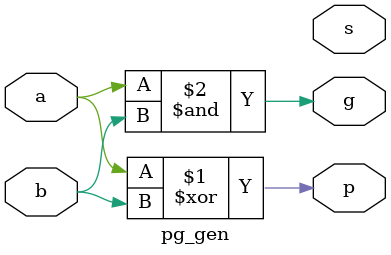
<source format=v>
`timescale 1ns / 1ps



module pg_gen(
    input   a,
    input   b,
    
    output  p,
    output  g,
    output  s
    );
    
    assign p = a ^ b;
    assign g = a & b;
endmodule

</source>
